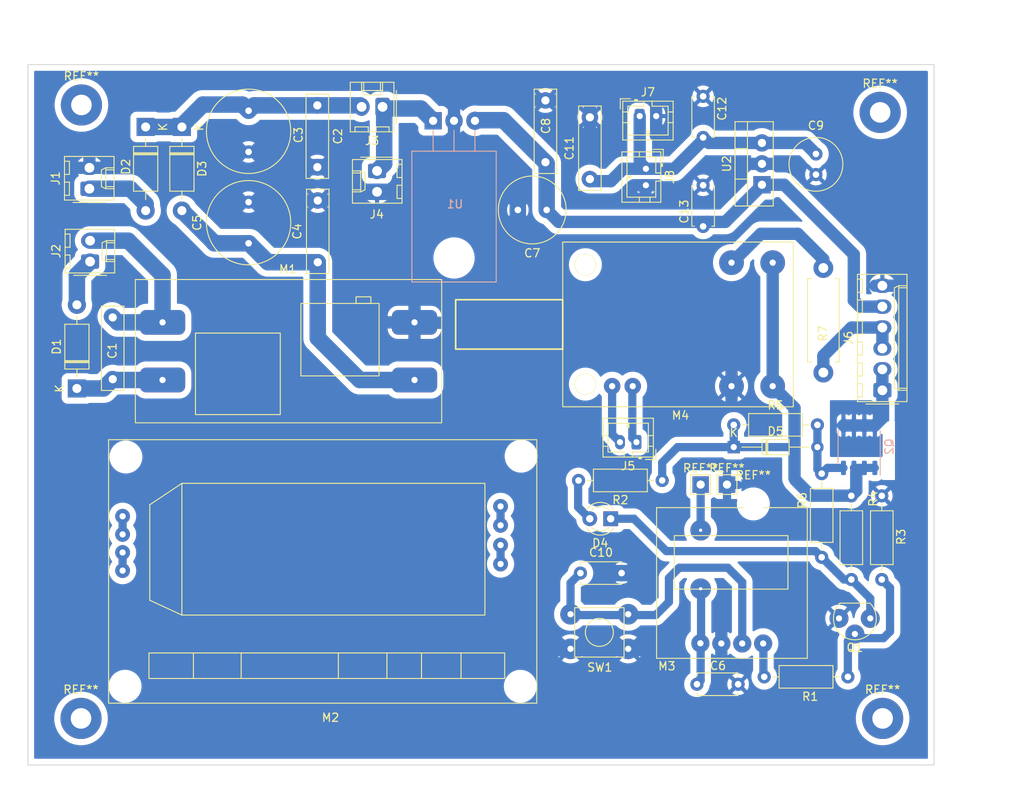
<source format=kicad_pcb>
(kicad_pcb (version 20240108) (generator "pcbnew") (generator_version "8.0")
  (layers (0 "F.Cu" signal) (31 "B.Cu" signal) (34 "B.Paste" user) (35 "F.Paste" user) (36 "B.SilkS" user "B.Silkscreen") (37 "F.SilkS" user "F.Silkscreen") (38 "B.Mask" user) (39 "F.Mask" user) (44 "Edge.Cuts" user))
  (net 0 "")
  (net 1 "Net-(C1-Pad1)")
  (net 2 "GND")
  (net 3 "Net-(C7-Pad1)")
  (net 4 "Net-(C10-Pad1)")
  (net 5 "Net-(D1-Pad2)")
  (net 6 "Net-(J5-Pad1)")
  (net 7 "Net-(J5-Pad2)")
  (net 8 "Net-(C12-Pad1)")
  (net 9 "Net-(D5-Pad1)")
  (net 10 "Net-(D4-Pad1)")
  (net 11 "Net-(D4-Pad2)")
  (net 12 "Net-(D5-Pad2)")
  (net 13 "Net-(C1-Pad2)")
  (net 14 "Net-(C2-Pad1)")
  (net 15 "Net-(C4-Pad1)")
  (net 16 "Net-(C6-Pad1)")
  (net 17 "Net-(C11-Pad1)")
  (net 18 "Net-(D2-Pad2)")
  (net 19 "Net-(J6-Pad1)")
  (net 20 "Net-(J6-Pad3)")
  (net 21 "unconnected-(M2-Pad1)")
  (net 22 "unconnected-(M2-Pad2)")
  (net 23 "unconnected-(M2-Pad3)")
  (net 24 "unconnected-(M2-Pad4)")
  (net 25 "Net-(M3-Pad4)")
  (net 26 "Net-(M4-Pad6)")
  (net 27 "Net-(J3-Pad1)")
  (net 28 "Net-(Q1-Pad2)")
  (footprint "MountingHole:MountingHole_2.5mm" (layer "F.Cu") (at 151.1 93.65)
    (property "Reference" "REF**" (hide yes))
    (property "Value" "MountingHole_2.5mm")
    (pad "" np_thru_hole circle (at 0 0) (size 2.5 2.5) (drill 2.5) (layers "*.Cu" "*.Mask"))
  )
  (footprint "Connector_JST:JST_PH_B2B-PH-K_1x02_P2.00mm_Vertical" (layer "F.Cu") (at 157.7 61.1)
    (property "Reference" "J7" (at 1 -2.9 0) (layer "F.SilkS"))
    (property "Value" "Conn_01x02_Female")
    (pad "1" thru_hole roundrect (at 0 0) (size 1.2 1.75) (drill 0.75) (layers "*.Cu" "*.Mask") (roundrect_rratio 0.208333) (net 17 "Net-(C11-Pad1)"))
    (pad "2" thru_hole oval (at 2 0) (size 1.2 1.75) (drill 0.75) (layers "*.Cu" "*.Mask") (net 2 "GND"))
  )
  (footprint "Resistor_THT:R_Axial_DIN0207_L6.3mm_D2.5mm_P10.16mm_Horizontal" (layer "F.Cu") (at 169.12 98.6)
    (property "Reference" "R5" (at 5.08 -2.37 0) (layer "F.SilkS"))
    (property "Value" "10k")
    (pad "1" thru_hole circle (at 0 0) (size 1.6 1.6) (drill 0.8) (layers "*.Cu" "*.Mask") (net 9 "Net-(D5-Pad1)"))
    (pad "2" thru_hole oval (at 10.16 0) (size 1.6 1.6) (drill 0.8) (layers "*.Cu" "*.Mask") (net 12 "Net-(D5-Pad2)"))
  )
  (footprint "Diode_THT:D_DO-41_SOD81_P10.16mm_Horizontal" (layer "F.Cu") (at 89.35 94.18 90)
    (property "Reference" "D1" (at 5.08 -2.47 90) (layer "F.SilkS"))
    (property "Value" "1N4007")
    (fp_text user "K" (at 0 -2.1 90) (layer "F.SilkS"))
    (pad "1" thru_hole rect (at 0 0 90) (size 2.2 2.2) (drill 1.1) (layers "*.Cu" "*.Mask") (net 1 "Net-(C1-Pad1)"))
    (pad "2" thru_hole oval (at 10.16 0 90) (size 2.2 2.2) (drill 1.1) (layers "*.Cu" "*.Mask") (net 5 "Net-(D1-Pad2)"))
  )
  (footprint "Capacitor_THT:C_Disc_D4.7mm_W2.5mm_P5.00mm" (layer "F.Cu") (at 150.5 116.6)
    (property "Reference" "C10" (at 2.5 -2.5 0) (layer "F.SilkS"))
    (property "Value" "100n")
    (pad "1" thru_hole circle (at 0 0) (size 1.6 1.6) (drill 0.8) (layers "*.Cu" "*.Mask") (net 4 "Net-(C10-Pad1)"))
    (pad "2" thru_hole circle (at 5 0) (size 1.6 1.6) (drill 0.8) (layers "*.Cu" "*.Mask") (net 2 "GND"))
  )
  (footprint "Package_TO_SOT_THT:TO-92_Inline" (layer "F.Cu") (at 185.1 122.1 180)
    (property "Reference" "Q1" (at 1.27 -3.56 0) (layer "F.SilkS"))
    (property "Value" "BC237")
    (pad "1" thru_hole circle (at -0.6 0 180) (size 2.3 2.3) (drill 0.75) (layers "*.Cu" "*.Mask") (net 10 "Net-(D4-Pad1)"))
    (pad "2" thru_hole circle (at 1.27 -1.9 180) (size 2.3 2.3) (drill 0.75) (layers "*.Cu" "*.Mask") (net 28 "Net-(Q1-Pad2)"))
    (pad "3" thru_hole circle (at 3.2 0 180) (size 2.3 2.3) (drill 0.75) (layers "*.Cu" "*.Mask") (net 2 "GND"))
  )
  (footprint "Connector_Molex:Molex_KK-254_AE-6410-02A_1x02_P2.54mm_Vertical" (layer "F.Cu") (at 126.47 59.98 180)
    (property "Reference" "J3" (at 1.27 -4.12 0) (layer "F.SilkS"))
    (property "Value" "Conn_01x02_Female")
    (pad "1" thru_hole roundrect (at 0 0 180) (size 1.74 2.19) (drill 1.19) (layers "*.Cu" "*.Mask") (roundrect_rratio 0.143678) (net 27 "Net-(J3-Pad1)"))
    (pad "2" thru_hole oval (at 2.54 0 180) (size 1.74 2.19) (drill 1.19) (layers "*.Cu" "*.Mask") (net 14 "Net-(C2-Pad1)"))
  )
  (footprint "Capacitor_THT:C_Radial_D10.0mm_H16.0mm_P5.00mm" (layer "F.Cu") (at 110.2 76.55 90)
    (property "Reference" "C5" (at 2.5 -6.25 90) (layer "F.SilkS"))
    (property "Value" "470u/35V")
    (pad "1" thru_hole circle (at 0 0 90) (size 1.6 1.6) (drill 0.8) (layers "*.Cu" "*.Mask") (net 15 "Net-(C4-Pad1)"))
    (pad "2" thru_hole circle (at 5 0 90) (size 1.6 1.6) (drill 0.8) (layers "*.Cu" "*.Mask") (net 2 "GND"))
  )
  (footprint "Capacitor_THT:C_Radial_D10.0mm_H20.0mm_P5.00mm" (layer "F.Cu") (at 110.2 60.45 -90)
    (property "Reference" "C3" (at 2.95 -6.05 90) (layer "F.SilkS"))
    (property "Value" "1000u/35V")
    (pad "1" thru_hole circle (at 0 0 270) (size 1.6 1.6) (drill 0.8) (layers "*.Cu" "*.Mask") (net 14 "Net-(C2-Pad1)"))
    (pad "2" thru_hole circle (at 5 0 270) (size 1.6 1.6) (drill 0.8) (layers "*.Cu" "*.Mask") (net 2 "GND"))
  )
  (footprint "Dioda_THT:LED_Driver_300mA" (layer "F.Cu") (at 162.35 86.4 180)
    (property "Reference" "M4" (at -0.3 -11.05 0) (layer "F.SilkS"))
    (property "Value" "LED_Driver_300mA")
    (pad "1" thru_hole circle (at -11.5 -7.5 180) (size 3 3) (drill 0.762) (layers "*.Cu" "*.Mask") (net 9 "Net-(D5-Pad1)"))
    (pad "2" thru_hole circle (at -6.5 -7.5 180) (size 3 3) (drill 0.762) (layers "*.Cu" "*.Mask") (net 2 "GND"))
    (pad "3" thru_hole circle (at 5.5 -7.5 180) (size 2 2) (drill 0.762) (layers "*.Cu" "*.Mask") (net 6 "Net-(J5-Pad1)"))
    (pad "4" thru_hole circle (at 8 -7.5 180) (size 2 2) (drill 0.762) (layers "*.Cu" "*.Mask") (net 7 "Net-(J5-Pad2)"))
    (pad "5" thru_hole circle (at -11.5 7.5 180) (size 3 3) (drill 0.762) (layers "*.Cu" "*.Mask") (net 9 "Net-(D5-Pad1)"))
    (pad "6" thru_hole circle (at -6.5 7.5 180) (size 3 3) (drill 0.762) (layers "*.Cu" "*.Mask") (net 26 "Net-(M4-Pad6)"))
  )
  (footprint "Connector_JST:JST_PH_B2B-PH-K_1x02_P2.00mm_Vertical" (layer "F.Cu") (at 157.3 100.7 180)
    (property "Reference" "J5" (at 1 -2.9 0) (layer "F.SilkS"))
    (property "Value" "Conn_01x02_Female")
    (pad "1" thru_hole roundrect (at 0 0 180) (size 1.2 1.75) (drill 0.75) (layers "*.Cu" "*.Mask") (roundrect_rratio 0.208333) (net 6 "Net-(J5-Pad1)"))
    (pad "2" thru_hole oval (at 2 0 180) (size 1.2 1.75) (drill 0.75) (layers "*.Cu" "*.Mask") (net 7 "Net-(J5-Pad2)"))
  )
  (footprint "LED_THT:LED_D3.0mm" (layer "F.Cu") (at 154.175 110 180)
    (property "Reference" "D4" (at 1.27 -2.96 0) (layer "F.SilkS"))
    (property "Value" "LED_red")
    (pad "1" thru_hole rect (at 0 0 180) (size 1.8 1.8) (drill 0.9) (layers "*.Cu" "*.Mask") (net 10 "Net-(D4-Pad1)"))
    (pad "2" thru_hole circle (at 2.54 0 180) (size 1.8 1.8) (drill 0.9) (layers "*.Cu" "*.Mask") (net 11 "Net-(D4-Pad2)"))
  )
  (footprint "MountingHole:MountingHole_2.5mm_Pad" (layer "F.Cu") (at 89.85 134.25)
    (property "Reference" "REF**" (at 0 -3.5 0) (layer "F.SilkS"))
    (property "Value" "MountingHole_2.5mm_Pad")
    (pad "1" thru_hole circle (at 0 0) (size 5 5) (drill 2.5) (layers "*.Cu" "*.Mask"))
  )
  (footprint "Resistor_THT:R_Axial_DIN0207_L6.3mm_D2.5mm_P10.16mm_Horizontal" (layer "F.Cu") (at 160.43 105.35 180)
    (property "Reference" "R2" (at 5.08 -2.37 0) (layer "F.SilkS"))
    (property "Value" "2k4")
    (pad "1" thru_hole circle (at 0 0 180) (size 1.6 1.6) (drill 0.8) (layers "*.Cu" "*.Mask") (net 9 "Net-(D5-Pad1)"))
    (pad "2" thru_hole oval (at 10.16 0 180) (size 1.6 1.6) (drill 0.8) (layers "*.Cu" "*.Mask") (net 11 "Net-(D4-Pad2)"))
  )
  (footprint "Diode_THT:D_DO-41_SOD81_P10.16mm_Horizontal" (layer "F.Cu") (at 102.1 62.42 -90)
    (property "Reference" "D3" (at 5.08 -2.45 90) (layer "F.SilkS"))
    (property "Value" "1N4007")
    (fp_text user "K" (at 0 -2.1 90) (layer "F.SilkS"))
    (pad "1" thru_hole rect (at 0 0 270) (size 2.2 2.2) (drill 1.1) (layers "*.Cu" "*.Mask") (net 14 "Net-(C2-Pad1)"))
    (pad "2" thru_hole oval (at 10.16 0 270) (size 2.2 2.2) (drill 1.1) (layers "*.Cu" "*.Mask") (net 15 "Net-(C4-Pad1)"))
  )
  (footprint "Capacitor_THT:C_Rect_L10.0mm_W2.5mm_P7.50mm_MKS4" (layer "F.Cu") (at 118.6 78.85 90)
    (property "Reference" "C4" (at 3.75 -2.5 90) (layer "F.SilkS"))
    (property "Value" "100n")
    (pad "1" thru_hole circle (at 0 0 90) (size 2 2) (drill 1) (layers "*.Cu" "*.Mask") (net 15 "Net-(C4-Pad1)"))
    (pad "2" thru_hole circle (at 7.5 0 90) (size 2 2) (drill 1) (layers "*.Cu" "*.Mask") (net 2 "GND"))
  )
  (footprint "Resistor_THT:R_Axial_DIN0207_L6.3mm_D2.5mm_P10.16mm_Horizontal" (layer "F.Cu") (at 187.1 107.22 -90)
    (property "Reference" "R3" (at 4.98 -2.35 90) (layer "F.SilkS"))
    (property "Value" "10k")
    (pad "1" thru_hole circle (at 0 0 270) (size 1.6 1.6) (drill 0.8) (layers "*.Cu" "*.Mask") (net 2 "GND"))
    (pad "2" thru_hole oval (at 10.16 0 270) (size 1.6 1.6) (drill 0.8) (layers "*.Cu" "*.Mask") (net 28 "Net-(Q1-Pad2)"))
  )
  (footprint "Connector_JST:JST_PH_B2B-PH-K_1x02_P2.00mm_Vertical" (layer "F.Cu") (at 158.45 67.5 -90)
    (property "Reference" "J8" (at 1 -2.9 90) (layer "F.SilkS"))
    (property "Value" "Conn_01x02_Female")
    (pad "1" thru_hole roundrect (at 0 0 270) (size 1.2 1.75) (drill 0.75) (layers "*.Cu" "*.Mask") (roundrect_rratio 0.208333) (net 17 "Net-(C11-Pad1)"))
    (pad "2" thru_hole oval (at 2 0 270) (size 1.2 1.75) (drill 0.75) (layers "*.Cu" "*.Mask") (net 2 "GND"))
  )
  (footprint "TestPoint:TestPoint_THTPad_2.0x2.0mm_Drill1.0mm" (layer "F.Cu") (at 165.1 105.85)
    (property "Reference" "REF**" (at 0 -1.998 0) (layer "F.SilkS"))
    (property "Value" "TestPoint_THTPad_2.0x2.0mm_Drill1.0mm")
    (pad "1" thru_hole rect (at 0 0) (size 2 2) (drill 1) (layers "*.Cu" "*.Mask") (net 8 "Net-(C12-Pad1)"))
  )
  (footprint "MountingHole:MountingHole_2.5mm" (layer "F.Cu") (at 95.2 130.35)
    (property "Reference" "REF**" (hide yes))
    (property "Value" "MountingHole_2.5mm")
    (pad "" np_thru_hole circle (at 0 0) (size 2.5 2.5) (drill 2.5) (layers "*.Cu" "*.Mask"))
  )
  (footprint "Connector_Molex:Molex_KK-254_AE-6410-02A_1x02_P2.54mm_Vertical" (layer "F.Cu") (at 125.8 67.76 -90)
    (property "Reference" "J4" (at 5.27 0.03 180) (layer "F.SilkS"))
    (property "Value" "Conn_01x02_Female")
    (pad "1" thru_hole roundrect (at 0 0 270) (size 1.74 2.19) (drill 1.19) (layers "*.Cu" "*.Mask") (roundrect_rratio 0.143678) (net 27 "Net-(J3-Pad1)"))
    (pad "2" thru_hole oval (at 2.54 0 270) (size 1.74 2.19) (drill 1.19) (layers "*.Cu" "*.Mask") (net 2 "GND"))
  )
  (footprint "Connector_Molex:Molex_KK-254_AE-6410-06A_1x06_P2.54mm_Vertical" (layer "F.Cu") (at 187.17 94.4 90)
    (property "Reference" "J6" (at 6.35 -4.12 90) (layer "F.SilkS"))
    (property "Value" "Conn_01x06_Female")
    (pad "1" thru_hole roundrect (at 0 0 90) (size 1.74 2.19) (drill 1.19) (layers "*.Cu" "*.Mask") (roundrect_rratio 0.143678) (net 19 "Net-(J6-Pad1)"))
    (pad "2" thru_hole oval (at 2.54 0 90) (size 1.74 2.19) (drill 1.19) (layers "*.Cu" "*.Mask") (net 19 "Net-(J6-Pad1)"))
    (pad "3" thru_hole oval (at 5.08 0 90) (size 1.74 2.19) (drill 1.19) (layers "*.Cu" "*.Mask") (net 20 "Net-(J6-Pad3)"))
    (pad "4" thru_hole oval (at 7.62 0 90) (size 1.74 2.19) (drill 1.19) (layers "*.Cu" "*.Mask") (net 20 "Net-(J6-Pad3)"))
    (pad "5" thru_hole oval (at 10.16 0 90) (size 1.74 2.19) (drill 1.19) (layers "*.Cu" "*.Mask") (net 3 "Net-(C7-Pad1)"))
    (pad "6" thru_hole oval (at 12.7 0 90) (size 1.74 2.19) (drill 1.19) (layers "*.Cu" "*.Mask") (net 2 "GND"))
  )
  (footprint "Dioda_THT:Timer" (layer "F.Cu") (at 169 117.55)
    (property "Reference" "M3" (at -8 10.35 0) (layer "F.SilkS"))
    (property "Value" "Timer_Module")
    (pad "1" thru_hole circle (at -3.93 7.575) (size 2.2 2.2) (drill 0.762) (layers "*.Cu" "*.Mask") (net 16 "Net-(C6-Pad1)"))
    (pad "2" thru_hole circle (at -1.39 7.6) (size 2.2 2.2) (drill 0.762) (layers "*.Cu" "*.Mask") (net 2 "GND"))
    (pad "3" thru_hole circle (at 1.15 7.6) (size 2.2 2.2) (drill 0.762) (layers "*.Cu" "*.Mask") (net 4 "Net-(C10-Pad1)"))
    (pad "4" thru_hole circle (at 3.69 7.6) (size 2.2 2.2) (drill 0.762) (layers "*.Cu" "*.Mask") (net 25 "Net-(M3-Pad4)"))
  )
  (footprint "MountingHole:MountingHole_2.5mm_Pad" (layer "F.Cu") (at 89.9 59.75)
    (property "Reference" "REF**" (at 0 -3.5 0) (layer "F.SilkS"))
    (property "Value" "MountingHole_2.5mm_Pad")
    (pad "1" thru_hole circle (at 0 0) (size 5 5) (drill 2.5) (layers "*.Cu" "*.Mask"))
  )
  (footprint "Capacitor_THT:C_Rect_L10.0mm_W2.5mm_P7.50mm_MKS4" (layer "F.Cu") (at 118.55 59.8 -90)
    (property "Reference" "C2" (at 3.75 -2.5 90) (layer "F.SilkS"))
    (property "Value" "100n")
    (pad "1" thru_hole circle (at 0 0 270) (size 2 2) (drill 1) (layers "*.Cu" "*.Mask") (net 14 "Net-(C2-Pad1)"))
    (pad "2" thru_hole circle (at 7.5 0 270) (size 2 2) (drill 1) (layers "*.Cu" "*.Mask") (net 2 "GND"))
  )
  (footprint "MountingHole:MountingHole_2.5mm" (layer "F.Cu") (at 143.2 130.35)
    (property "Reference" "REF**" (hide yes))
    (property "Value" "MountingHole_2.5mm")
    (pad "" np_thru_hole circle (at 0 0) (size 2.5 2.5) (drill 2.5) (layers "*.Cu" "*.Mask"))
  )
  (footprint "MountingHole:MountingHole_2.5mm_Pad" (layer "F.Cu") (at 187.2 134.25)
    (property "Reference" "REF**" (at 0 -3.5 0) (layer "F.SilkS"))
    (property "Value" "MountingHole_2.5mm_Pad")
    (pad "1" thru_hole circle (at 0 0) (size 5 5) (drill 2.5) (layers "*.Cu" "*.Mask"))
  )
  (footprint "MountingHole:MountingHole_2.5mm_Pad" (layer "F.Cu") (at 186.9 60.65)
    (property "Reference" "REF**" (at 0 -3.5 0) (layer "F.SilkS"))
    (property "Value" "MountingHole_2.5mm_Pad")
    (pad "1" thru_hole circle (at 0 0) (size 5 5) (drill 2.5) (layers "*.Cu" "*.Mask"))
  )
  (footprint "Capacitor_THT:C_Radial_D6.3mm_H7.0mm_P2.50mm" (layer "F.Cu") (at 179.1 65.7 -90)
    (property "Reference" "C9" (at -3.45 0 0) (layer "F.SilkS"))
    (property "Value" "100u/6.3V")
    (pad "1" thru_hole circle (at 0 0 270) (size 1.6 1.6) (drill 0.8) (layers "*.Cu" "*.Mask") (net 17 "Net-(C11-Pad1)"))
    (pad "2" thru_hole circle (at 2.5 0 270) (size 1.6 1.6) (drill 0.8) (layers "*.Cu" "*.Mask") (net 2 "GND"))
  )
  (footprint "Diode_THT:D_DO-34_SOD68_P10.16mm_Horizontal" (layer "F.Cu") (at 169.12 101.3)
    (property "Reference" "D5" (at 5.08 -1.92 0) (layer "F.SilkS"))
    (property "Value" "10V")
    (fp_text user "K" (at 0 -1.75 0) (layer "F.SilkS"))
    (pad "1" thru_hole rect (at 0 0) (size 1.5 1.5) (drill 0.75) (layers "*.Cu" "*.Mask") (net 9 "Net-(D5-Pad1)"))
    (pad "2" thru_hole oval (at 10.16 0) (size 1.5 1.5) (drill 0.75) (layers "*.Cu" "*.Mask") (net 12 "Net-(D5-Pad2)"))
  )
  (footprint "MountingHole:MountingHole_2.5mm" (layer "F.Cu") (at 95.3 102.5)
    (property "Reference" "REF**" (hide yes))
    (property "Value" "MountingHole_2.5mm")
    (pad "" np_thru_hole circle (at 0 0) (size 2.5 2.5) (drill 2.5) (layers "*.Cu" "*.Mask"))
  )
  (footprint "Capacitor_THT:C_Radial_D8.0mm_H11.5mm_P3.50mm" (layer "F.Cu") (at 146.4 72.5 180)
    (property "Reference" "C7" (at 1.75 -5.25 0) (layer "F.SilkS"))
    (property "Value" "470u/16V")
    (pad "1" thru_hole circle (at 0 0 180) (size 1.6 1.6) (drill 0.8) (layers "*.Cu" "*.Mask") (net 3 "Net-(C7-Pad1)"))
    (pad "2" thru_hole circle (at 3.5 0 180) (size 1.6 1.6) (drill 0.8) (layers "*.Cu" "*.Mask") (net 2 "GND"))
  )
  (footprint "Resistor_THT:R_Axial_DIN0411_L9.9mm_D3.6mm_P12.70mm_Horizontal" (layer "F.Cu") (at 180 79.55 -90)
    (property "Reference" "R7" (at 7.95 0.05 90) (layer "F.SilkS"))
    (property "Value" "1")
    (pad "1" thru_hole circle (at 0 0 270) (size 2.4 2.4) (drill 1.2) (layers "*.Cu" "*.Mask") (net 26 "Net-(M4-Pad6)"))
    (pad "2" thru_hole oval (at 12.7 0 270) (size 2.4 2.4) (drill 1.2) (layers "*.Cu" "*.Mask") (net 20 "Net-(J6-Pad3)"))
  )
  (footprint "Connector_Molex:Molex_KK-254_AE-6410-02A_1x02_P2.54mm_Vertical" (layer "F.Cu") (at 90.87 69.92 90)
    (property "Reference" "J1" (at 1.27 -4.12 90) (layer "F.SilkS"))
    (property "Value" "Conn_01x02_Female")
    (pad "1" thru_hole roundrect (at 0 0 90) (size 1.74 2.19) (drill 1.19) (layers "*.Cu" "*.Mask") (roundrect_rratio 0.143678) (net 18 "Net-(D2-Pad2)"))
    (pad "2" thru_hole oval (at 2.54 0 90) (size 1.74 2.19) (drill 1.19) (layers "*.Cu" "*.Mask") (net 2 "GND"))
  )
  (footprint "Capacitor_THT:C_Rect_L10.0mm_W2.5mm_P7.50mm_MKS4" (layer "F.Cu") (at 93.7 93.05 90)
    (property "Reference" "C1" (at 3.45 -0.05 90) (layer "F.SilkS"))
    (property "Value" "100n")
    (pad "1" thru_hole circle (at 0 0 90) (size 2 2) (drill 1) (layers "*.Cu" "*.Mask") (net 1 "Net-(C1-Pad1)"))
    (pad "2" thru_hole circle (at 7.5 0 90) (size 2 2) (drill 1) (layers "*.Cu" "*.Mask") (net 13 "Net-(C1-Pad2)"))
  )
  (footprint "Tact_switch:Tact_switch 6x6" (layer "F.Cu") (at 152.8 123.8)
    (property "Reference" "SW1" (at 0.05 4.25 0) (layer "F.SilkS"))
    (property "Value" "SW_MEC_5E")
    (pad "1" thru_hole circle (at -3.5 -2.2) (size 2.5 2.5) (drill 0.762) (layers "*.Cu" "*.Mask") (net 4 "Net-(C10-Pad1)"))
    (pad "2" thru_hole circle (at 3.5 -2.2) (size 2.5 2.5) (drill 0.762) (layers "*.Cu" "*.Mask") (net 4 "Net-(C10-Pad1)"))
    (pad "3" thru_hole circle (at -3.5 2) (size 2.5 2.5) (drill 0.762) (layers "*.Cu" "*.Mask") (net 2 "GND"))
    (pad "4" thru_hole circle (at 3.5 2) (size 2.5 2.5) (drill 0.762) (layers "*.Cu" "*.Mask") (net 2 "GND"))
  )
  (footprint "Capacitor_THT:C_Disc_D4.7mm_W2.5mm_P5.00mm" (layer "F.Cu") (at 165.4 58.7 -90)
    (property "Reference" "C12" (at 1.5 -2.3 90) (layer "F.SilkS"))
    (property "Value" "22n")
    (pad "1" thru_hole circle (at 0 0 270) (size 1.6 1.6) (drill 0.8) (layers "*.Cu" "*.Mask") (net 2 "GND"))
    (pad "2" thru_hole circle (at 5 0 270) (size 1.6 1.6) (drill 0.8) (layers "*.Cu" "*.Mask") (net 17 "Net-(C11-Pad1)"))
  )
  (footprint "MountingHole:MountingHole_2.5mm" (layer "F.Cu") (at 143.3 102.4)
    (property "Reference" "REF**" (hide yes))
    (property "Value" "MountingHole_2.5mm")
    (pad "" np_thru_hole circle (at 0 0) (size 2.5 2.5) (drill 2.5) (layers "*.Cu" "*.Mask"))
  )
  (footprint "Diode_THT:D_DO-41_SOD81_P10.16mm_Horizontal" (layer "F.Cu") (at 97.7 62.42 -90)
    (property "Reference" "D2" (at 4.83 2.4 90) (layer "F.SilkS"))
    (property "Value" "1N4007")
    (fp_text user "K" (at 0 -2.1 90) (layer "F.SilkS"))
    (pad "1" thru_hole rect (at 0 0 270) (size 2.2 2.2) (drill 1.1) (layers "*.Cu" "*.Mask") (net 14 "Net-(C2-Pad1)"))
    (pad "2" thru_hole oval (at 10.16 0 270) (size 2.2 2.2) (drill 1.1) (layers "*.Cu" "*.Mask") (net 18 "Net-(D2-Pad2)"))
  )
  (footprint "Resistor_THT:R_Axial_DIN0207_L6.3mm_D2.5mm_P10.16mm_Horizontal" (layer "F.Cu") (at 183.4 107.22 -90)
    (property "Reference" "R4" (at 0.33 -2.65 90) (layer "F.SilkS"))
    (property "Value" "10k")
    (pad "1" thru_hole circle (at 0 0 270) (size 1.6 1.6) (drill 0.8) (layers "*.Cu" "*.Mask") (net 9 "Net-(D5-Pad1)"))
    (pad "2" thru_hole oval (at 10.16 0 270) (size 1.6 1.6) (drill 0.8) (layers "*.Cu" "*.Mask") (net 10 "Net-(D4-Pad1)"))
  )
  (footprint "Resistor_THT:R_Axial_DIN0207_L6.3mm_D2.5mm_P10.16mm_Horizontal" (layer "F.Cu") (at 179.8 104.52 -90)
    (property "Reference" "R6" (at 3.23 2.35 90) (layer "F.SilkS"))
    (property "Value" "47k")
    (pad "1" thru_hole circle (at 0 0 270) (size 1.6 1.6) (drill 0.8) (layers "*.Cu" "*.Mask") (net 12 "Net-(D5-Pad2)"))
    (pad "2" thru_hole oval (at 10.16 0 270) (size 1.6 1.6) (drill 0.8) (layers "*.Cu" "*.Mask") (net 10 "Net-(D4-Pad1)"))
  )
  (footprint "Connector_Molex:Molex_KK-254_AE-6410-02A_1x02_P2.54mm_Vertical" (layer "F.Cu") (at 90.95 78.77 90)
    (property "Reference" "J2" (at 1.27 -4.12 90) (layer "F.SilkS"))
    (property "Value" "Conn_01x02_Female")
    (pad "1" thru_hole roundrect (at 0 0 90) (size 1.74 2.19) (drill 1.19) (layers "*.Cu" "*.Mask") (roundrect_rratio 0.143678) (net 5 "Net-(D1-Pad2)"))
    (pad "2" thru_hole oval (at 2.54 0 90) (size 1.74 2.19) (drill 1.19) (layers "*.Cu" "*.Mask") (net 13 "Net-(C1-Pad2)"))
  )
  (footprint "MountingHole:MountingHole_2.5mm" (layer "F.Cu") (at 151.1 79.15)
    (property "Reference" "REF**" (hide yes))
    (property "Value" "MountingHole_2.5mm")
    (pad "" np_thru_hole circle (at 0 0) (size 2.5 2.5) (drill 2.5) (layers "*.Cu" "*.Mask"))
  )
  (footprint "Capacitor_THT:C_Rect_L10.0mm_W2.5mm_P7.50mm_MKS4" (layer "F.Cu") (at 146.25 66.7 90)
    (property "Reference" "C8" (at 4.4 0.05 90) (layer "F.SilkS"))
    (property "Value" "100n")
    (pad "1" thru_hole circle (at 0 0 90) (size 2 2) (drill 1) (layers "*.Cu" "*.Mask") (net 3 "Net-(C7-Pad1)"))
    (pad "2" thru_hole circle (at 7.5 0 90) (size 2 2) (drill 1) (layers "*.Cu" "*.Mask") (net 2 "GND"))
  )
  (footprint "MountingHole:MountingHole_2.5mm" (layer "F.Cu") (at 171.5 108.2)
    (property "Reference" "REF**" (at 0 -3.5 0) (layer "F.SilkS"))
    (property "Value" "MountingHole_2.5mm")
    (pad "" np_thru_hole circle (at 0 0) (size 2.5 2.5) (drill 2.5) (layers "*.Cu" "*.Mask"))
  )
  (footprint "Package_TO_SOT_THT:TO-220-3_Vertical" (layer "F.Cu") (at 172.545 69.44 90)
    (property "Reference" "U2" (at 2.54 -4.27 90) (layer "F.SilkS"))
    (property "Value" "LM7805_TO220")
    (pad "1" thru_hole rect (at 0 0 90) (size 2.1 2.1) (drill 1) (layers "*.Cu" "*.Mask") (net 3 "Net-(C7-Pad1)"))
    (pad "2" thru_hole oval (at 2.54 0 90) (size 2.1 2.1) (drill 1) (layers "*.Cu" "*.Mask") (net 2 "GND"))
    (pad "3" thru_hole oval (at 5.08 0 90) (size 2.1 2.1) (drill 1) (layers "*.Cu" "*.Mask") (net 17 "Net-(C11-Pad1)"))
  )
  (footprint "Dioda_THT:PS_StepUp_MT3608" (layer "F.Cu") (at 115.05 89.65)
    (property "Reference" "M1" (at -0.1 -9.95 0) (layer "F.SilkS"))
    (property "Value" "PS_Step_Up_MT3608")
    (pad "1" thru_hole roundrect (at -15.3 3.5) (size 5.5 3) (drill 0.762) (layers "*.Cu" "*.Mask") (net 1 "Net-(C1-Pad1)"))
    (pad "2" thru_hole roundrect (at -15.3 -3.5) (size 5.5 3) (drill 0.762) (layers "*.Cu" "*.Mask") (net 13 "Net-(C1-Pad2)"))
    (pad "3" thru_hole roundrect (at 15.3 3.5) (size 5.5 3) (drill 0.762) (layers "*.Cu" "*.Mask") (net 15 "Net-(C4-Pad1)"))
    (pad "4" thru_hole roundrect (at 15.3 -3.5) (size 5.5 3) (drill 0.762) (layers "*.Cu" "*.Mask") (net 2 "GND"))
  )
  (footprint "Capacitor_THT:C_Disc_D4.7mm_W2.5mm_P5.00mm" (layer "F.Cu") (at 164.65 130.1)
    (property "Reference" "C6" (at 2.55 -2.25 0) (layer "F.SilkS"))
    (property "Value" "100n")
    (pad "1" thru_hole circle (at 0 0) (size 1.6 1.6) (drill 0.8) (layers "*.Cu" "*.Mask") (net 16 "Net-(C6-Pad1)"))
    (pad "2" thru_hole circle (at 5 0) (size 1.6 1.6) (drill 0.8) (layers "*.Cu" "*.Mask") (net 2 "GND"))
  )
  (footprint "Capacitor_THT:C_Rect_L10.0mm_W2.5mm_P7.50mm_MKS4" (layer "F.Cu") (at 151.65 68.75 90)
    (property "Reference" "C11" (at 3.75 -2.5 90) (layer "F.SilkS"))
    (property "Value" "100n")
    (pad "1" thru_hole circle (at 0 0 90) (size 2 2) (drill 1) (layers "*.Cu" "*.Mask") (net 17 "Net-(C11-Pad1)"))
    (pad "2" thru_hole circle (at 7.5 0 90) (size 2 2) (drill 1) (layers "*.Cu" "*.Mask") (net 2 "GND"))
  )
  (footprint "TestPoint:TestPoint_THTPad_2.0x2.0mm_Drill1.0mm" (layer "F.Cu") (at 168.3 105.85)
    (property "Reference" "REF**" (at 0 -1.998 0) (layer "F.SilkS"))
    (property "Value" "TestPoint_THTPad_2.0x2.0mm_Drill1.0mm")
    (pad "1" thru_hole rect (at 0 0) (size 2 2) (drill 1) (layers "*.Cu" "*.Mask"))
  )
  (footprint "Capacitor_THT:C_Disc_D4.7mm_W2.5mm_P5.00mm" (layer "F.Cu") (at 165.4 69.5 -90)
    (property "Reference" "C13" (at 3.2 2.3 90) (layer "F.SilkS"))
    (property "Value" "100n")
    (pad "1" thru_hole circle (at 0 0 270) (size 1.6 1.6) (drill 0.8) (layers "*.Cu" "*.Mask") (net 2 "GND"))
    (pad "2" thru_hole circle (at 5 0 270) (size 1.6 1.6) (drill 0.8) (layers "*.Cu" "*.Mask") (net 3 "Net-(C7-Pad1)"))
  )
  (footprint "Dioda_THT:Generator_PWM_Single" (layer "F.Cu") (at 120.2 116.4)
    (property "Reference" "M2" (at -0.05 17.75 0) (layer "F.SilkS"))
    (property "Value" "Generator_PWM_Single")
    (pad "1" thru_hole circle (at -25.3 -6.7) (size 1.8 1.8) (drill 0.762) (layers "*.Cu" "*.Mask") (net 21 "unconnected-(M2-Pad1)"))
    (pad "1" thru_hole circle (at -25.3 -4.5) (size 1.8 1.8) (drill 0.762) (layers "*.Cu" "*.Mask") (net 21 "unconnected-(M2-Pad1)"))
    (pad "2" thru_hole circle (at -25.3 -2.3) (size 1.8 1.8) (drill 0.762) (layers "*.Cu" "*.Mask") (net 22 "unconnected-(M2-Pad2)"))
    (pad "2" thru_hole circle (at -25.3 -0.1) (size 1.8 1.8) (drill 0.762) (layers "*.Cu" "*.Mask") (net 22 "unconnected-(M2-Pad2)"))
    (pad "3" thru_hole circle (at 20.6 -7.9) (size 1.8 1.8) (drill 0.762) (layers "*.Cu" "*.Mask") (net 23 "unconnected-(M2-Pad3)"))
    (pad "3" thru_hole circle (at 20.6 -5.6) (size 1.8 1.8) (drill 0.762) (layers "*.Cu" "*.Mask") (net 23 "unconnected-(M2-Pad3)"))
    (pad "4" thru_hole circle (at 20.6 -3.2) (size 1.8 1.8) (drill 0.762) (layers "*.Cu" "*.Mask") (net 24 "unconnected-(M2-Pad4)"))
    (pad "4" thru_hole circle (at 20.6 -0.9) (size 1.8 1.8) (drill 0.762) (layers "*.Cu" "*.Mask") (net 24 "unconnected-(M2-Pad4)"))
  )
  (footprint "Resistor_THT:R_Axial_DIN0207_L6.3mm_D2.5mm_P10.16mm_Horizontal" (layer "F.Cu") (at 172.82 129.2)
    (property "Reference" "R1" (at 5.58 2.4 0) (layer "F.SilkS"))
    (property "Value" "4k3")
    (pad "1" thru_hole circle (at 0 0) (size 1.6 1.6) (drill 0.8) (layers "*.Cu" "*.Mask") (net 25 "Net-(M3-Pad4)"))
    (pad "2" thru_hole oval (at 10.16 0) (size 1.6 1.6) (drill 0.8) (layers "*.Cu" "*.Mask") (net 28 "Net-(Q1-Pad2)"))
  )
  (footprint "Package_SO:SO-8_3.9x4.9mm_P1.27mm" (layer "B.Cu") (at 184.35 101.25 90)
    (property "Reference" "Q2" (at 0 3.65 90) (layer "B.SilkS") (effects (justify mirror)))
    (property "Value" "IRF7606PBF")
    (pad "1" smd roundrect (at -2.575 1.905 90) (size 1.75 0.6) (layers "B.Cu" "B.Paste" "B.Mask") (net 9 "Net-(D5-Pad1)"))
    (pad "2" smd roundrect (at -2.575 0.635 90) (size 1.75 0.6) (layers "B.Cu" "B.Paste" "B.Mask") (net 9 "Net-(D5-Pad1)"))
    (pad "3" smd roundrect (at -2.575 -0.635 90) (size 1.75 0.6) (layers "B.Cu" "B.Paste" "B.Mask") (net 9 "Net-(D5-Pad1)"))
    (pad "4" smd roundrect (at -2.575 -1.905 90) (size 1.75 0.6) (layers "B.Cu" "B.Paste" "B.Mask") (net 12 "Net-(D5-Pad2)"))
    (pad "5" smd roundrect (at 2.575 -1.905 90) (size 1.75 0.6) (layers "B.Cu" "B.Paste" "B.Mask") (net 19 "Net-(J6-Pad1)"))
    (pad "6" smd roundrect (at 2.575 -0.635 90) (size 1.75 0.6) (layers "B.Cu" "B.Paste" "B.Mask") (net 19 "Net-(J6-Pad1)"))
    (pad "7" smd roundrect (at 2.575 0.635 90) (size 1.75 0.6) (layers "B.Cu" "B.Paste" "B.Mask") (net 19 "Net-(J6-Pad1)"))
    (pad "8" smd roundrect (at 2.575 1.905 90) (size 1.75 0.6) (layers "B.Cu" "B.Paste" "B.Mask") (net 19 "Net-(J6-Pad1)"))
  )
  (footprint "Package_TO_SOT_THT:TO-220-3_Horizontal_TabDown" (layer "B.Cu") (at 132.61 61.67)
    (property "Reference" "U1" (at 2.64 10.13 180) (layer "B.SilkS") (effects (justify mirror)))
    (property "Value" "LM7812_TO220")
    (pad "" np_thru_hole oval (at 2.54 16.66) (size 3.5 3.5) (drill 3.5) (layers "*.Cu" "*.Mask"))
    (pad "1" thru_hole rect (at 0 0) (size 2.1 2.1) (drill 1) (layers "*.Cu" "*.Mask") (net 27 "Net-(J3-Pad1)"))
    (pad "2" thru_hole oval (at 2.54 0) (size 2.1 2.2) (drill 1) (layers "*.Cu" "*.Mask") (net 2 "GND"))
    (pad "3" thru_hole oval (at 5.08 0) (size 2.1 2.2) (drill 1) (layers "*.Cu" "*.Mask") (net 3 "Net-(C7-Pad1)"))
  )
  (gr_rect (start 83.4 54.85) (end 193.45 139.9) (stroke (width 0.1)) (fill none) (layer "Edge.Cuts"))
  (segment (start 93.8 93.15) (end 99.15 93.15) (width 2) (layer "B.Cu") (net 1))
  (segment (start 89.35 94.18) (end 92.57 94.18) (width 2) (layer "B.Cu") (net 1))
  (segment (start 93.7 93.05) (end 93.8 93.15) (width 2) (layer "B.Cu") (net 1))
  (segment (start 92.57 94.18) (end 93.7 93.05) (width 2) (layer "B.Cu") (net 1))
  (segment (start 110.2 71.55) (end 112.15 71.55) (width 1.5) (layer "B.Cu") (net 2))
  (segment (start 168.3 105.9) (end 169.7 105.9) (width 1) (layer "B.Cu") (net 2))
  (segment (start 149.3 125.7) (end 151.3 125.7) (width 2) (layer "B.Cu") (net 2))
  (segment (start 125.56 70.3) (end 127.5 70.3) (width 2) (layer "B.Cu") (net 2))
  (segment (start 90.87 65.58) (end 90.9 65.55) (width 1.5) (layer "B.Cu") (net 2))
  (segment (start 151.65 61.25) (end 151.65 58.9) (width 1.5) (layer "B.Cu") (net 2))
  (segment (start 110.2 71.55) (end 108.4 71.55) (width 1.5) (layer "B.Cu") (net 2))
  (segment (start 149.3 125.7) (end 147.2 125.7) (width 2) (layer "B.Cu") (net 2))
  (segment (start 158.3 69.5) (end 159.9 69.5) (width 1.5) (layer "B.Cu") (net 2))
  (segment (start 147.95 59.2) (end 148.05 59.3) (width 1.5) (layer "B.Cu") (net 2))
  (segment (start 90.87 67.38) (end 88.62 67.38) (width 1.5) (layer "B.Cu") (net 2))
  (segment (start 118.55 67.3) (end 116.15 67.3) (width 2) (layer "B.Cu") (net 2))
  (segment (start 159.7 63.4) (end 159.65 63.45) (width 1.5) (layer "B.Cu") (net 2))
  (segment (start 110.2 65.45) (end 111.85 65.45) (width 1.5) (layer "B.Cu") (net 2))
  (segment (start 112.15 71.55) (end 112.2 71.6) (width 1.5) (layer "B.Cu") (net 2))
  (segment (start 168.85 93.9) (end 168.85 91.75) (width 1.5) (layer "B.Cu") (net 2))
  (segment (start 90.87 67.38) (end 90.87 65.58) (width 1.5) (layer "B.Cu") (net 2))
  (segment (start 118.6 71.35) (end 116.8 71.35) (width 1.5) (layer "B.Cu") (net 2))
  (segment (start 118.6 67.35) (end 118.55 67.3) (width 2) (layer "B.Cu") (net 2))
  (segment (start 151.65 61.25) (end 151.65 63.2) (width 1.5) (layer "B.Cu") (net 2))
  (segment (start 158.65 69.5) (end 156.95 69.5) (width 1.5) (layer "B.Cu") (net 2))
  (segment (start 118.6 71.35) (end 120.7 71.35) (width 1.5) (layer "B.Cu") (net 2))
  (segment (start 167.61 125.15) (end 167.61 123.14) (width 1.5) (layer "B.Cu") (net 2))
  (segment (start 116.8 71.35) (end 116.75 71.3) (width 1.5) (layer "B.Cu") (net 2))
  (segment (start 167.61 123.14) (end 167.65 123.1) (width 1.5) (layer "B.Cu") (net 2))
  (segment (start 130.35 86.15) (end 130.35 88.35) (width 1.5) (layer "B.Cu") (net 2))
  (segment (start 156.3 125.7) (end 154.6 125.7) (width 2) (layer "B.Cu") (net 2))
  (segment (start 142.9 72.5) (end 142.9 70.3) (width 2) (layer "B.Cu") (net 2))
  (segment (start 116.15 67.3) (end 116.05 67.4) (width 2) (layer "B.Cu") (net 2))
  (segment (start 135.15 61.67) (end 135.15 64) (width 1.5) (layer "B.Cu") (net 2))
  (segment (start 130.35 86.15) (end 130.4 86.2) (width 1.5) (layer "B.Cu") (net 2))
  (segment (start 168.3 105.825) (end 168.3 103.975) (width 1) (layer "B.Cu") (net 2))
  (segment (start 170.9 66.9) (end 172.545 66.9) (width 1.5) (layer "B.Cu") (net 2))
  (segment (start 155.6 116.6) (end 157.05 116.6) (width 2) (layer "B.Cu") (net 2))
  (segment (start 120.85 67.3) (end 120.95 67.4) (width 2) (layer "B.Cu") (net 2))
  (segment (start 146.25 59.2) (end 147.95 59.2) (width 1.5) (layer "B.Cu") (net 2))
  (segment (start 159.7 61.1) (end 159.7 63.4) (width 1.5) (layer "B.Cu") (net 2))
  (segment (start 187.17 81.7) (end 188.8 81.7) (width 1.5) (layer "B.Cu") (net 2))
  (segment (start 130.35 86.15) (end 126.25 86.15) (width 1.5) (layer "B.Cu") (net 2))
  (segment (start 135.15 61.67) (end 135.15 58.95) (width 1.5) (layer "B.Cu") (net 2))
  (segment (start 146.25 59.2) (end 144.6 59.2) (width 1.5) (layer "B.Cu") (net 2))
  (segment (start 118.55 67.3) (end 120.85 67.3) (width 2) (layer "B.Cu") (net 2))
  (segment (start 88.62 67.38) (end 88.6 67.4) (width 1.5) (layer "B.Cu") (net 2))
  (segment (start 158.4 71.2) (end 158.4 69.6) (width 1.5) (layer "B.Cu") (net 2))
  (segment (start 142.9 72.5) (end 142.9 74.7) (width 2) (layer "B.Cu") (net 2))
  (segment (start 167.61 125.15) (end 167.61 126.94) (width 1.5) (layer "B.Cu") (net 2))
  (segment (start 135.15 64) (end 135.1 64.05) (width 1.5) (layer "B.Cu") (net 2))
  (segment (start 144.6 59.2) (end 144.55 59.15) (width 1.5) (layer "B.Cu") (net 2))
  (segment (start 172.545 66.9) (end 174.3 66.9) (width 1.5) (layer "B.Cu") (net 2))
  (segment (start 159.7 61.1) (end 159.7 59.05) (width 1.5) (layer "B.Cu") (net 2))
  (segment (start 126.04 70.3) (end 124.1 70.3) (width 2) (layer "B.Cu") (net 2))
  (segment (start 130.35 86.15) (end 130.35 83.35) (width 1.5) (layer "B.Cu") (net 2))
  (segment (start 156.3 125.7) (end 158.2 125.7) (width 2) (layer "B.Cu") (net 2))
  (segment (start 168.85 93.9) (end 168.85 95.75) (width 1.5) (layer "B.Cu") (net 2))
  (segment (start 168.3 105.9) (end 168.3 107.5) (width 1) (layer "B.Cu") (net 2))
  (segment (start 90.87 67.38) (end 92.68 67.38) (width 1.5) (layer "B.Cu") (net 2))
  (segment (start 130.4 86.2) (end 133.75 86.2) (width 1.5) (layer "B.Cu") (net 2))
  (segment (start 110.2 65.45) (end 108.2 65.45) (width 1.5) (layer "B.Cu") (net 2))
  (segment (start 155.425 116.6) (end 154.375 116.6) (width 2) (layer "B.Cu") (net 2))
  (segment (start 92.68 67.38) (end 92.75 67.45) (width 1.5) (layer "B.Cu") (net 2))
  (segment (start 108.2 65.45) (end 108.15 65.5) (width 1.5) (layer "B.Cu") (net 2))
  (segment (start 187.17 81.7) (end 186.3 81.7) (width 1.5) (layer "B.Cu") (net 2))
  (segment (start 167.61 126.94) (end 167.55 127) (width 1.5) (layer "B.Cu") (net 2))
  (segment (start 141.15 61.6) (end 137.76 61.6) (width 2) (layer "B.Cu") (net 3))
  (segment (start 147.85 73.95) (end 146.4 72.5) (width 1.5) (layer "B.Cu") (net 3))
  (segment (start 165.85 73.95) (end 147.85 73.95) (width 1.5) (layer "B.Cu") (net 3))
  (segment (start 146.4 66.85) (end 146.25 66.7) (width 2) (layer "B.Cu") (net 3))
  (segment (start 183.7 83.48) (end 183.7 77.9) (width 1.5) (layer "B.Cu") (net 3))
  (segment (start 172.61 69.44) (end 168.1 73.95) (width 1.5) (layer "B.Cu") (net 3))
  (segment (start 168.1 73.95) (end 165.85 73.95) (width 1.5) (layer "B.Cu") (net 3))
  (segment (start 165.4 74.5) (end 165.85 74.05) (width 1) (layer "B.Cu") (net 3))
  (segment (start 184.35 84.13) (end 183.7 83.48) (width 1.5) (layer "B.Cu") (net 3))
  (segment (start 184.35 84.13) (end 184.46 84.24) (width 1) (layer "B.Cu") (net 3))
  (segment (start 146.25 66.7) (end 141.15 61.6) (width 2) (layer "B.Cu") (net 3))
  (segment (start 183.7 77.9) (end 175.24 69.44) (width 1.5) (layer "B.Cu") (net 3))
  (segment (start 184.46 84.24) (end 187.17 84.24) (width 1.5) (layer "B.Cu") (net 3))
  (segment (start 175.24 69.44) (end 172.61 69.44) (width 1.5) (layer "B.Cu") (net 3))
  (segment (start 137.76 61.6) (end 137.69 61.67) (width 2) (layer "B.Cu") (net 3))
  (segment (start 146.4 72.5) (end 146.4 66.85) (width 2) (layer "B.Cu") (net 3))
  (segment (start 162.5 115.95) (end 161.25 117.2) (width 1) (layer "B.Cu") (net 4))
  (segment (start 149.3 121.7) (end 149.3 117.8) (width 1) (layer "B.Cu") (net 4))
  (segment (start 161.25 120.1) (end 159.65 121.7) (width 1) (layer "B.Cu") (net 4))
  (segment (start 170.15 125.15) (end 170.15 117.7) (width 1) (layer "B.Cu") (net 4))
  (segment (start 159.65 121.7) (end 149.3 121.7) (width 1) (layer "B.Cu") (net 4))
  (segment (start 168.4 115.95) (end 162.5 115.95) (width 1) (layer "B.Cu") (net 4))
  (segment (start 170.15 117.7) (end 168.4 115.95) (width 1) (layer "B.Cu") (net 4))
  (segment (start 161.25 117.2) (end 161.25 120.1) (width 1) (layer "B.Cu") (net 4))
  (segment (start 149.3 117.8) (end 150.5 116.6) (width 1) (layer "B.Cu") (net 4))
  (segment (start 89.35 84.02) (end 89.35 80.37) (width 2) (layer "B.Cu") (net 5))
  (segment (start 89.35 80.37) (end 90.95 78.77) (width 2) (layer "B.Cu") (net 5))
  (segment (start 156.8 100.2) (end 157.3 100.7) (width 1) (layer "B.Cu") (net 6))
  (segment (start 157.3 100.7) (end 157.4 100.6) (width 1) (layer "B.Cu") (net 6))
  (segment (start 156.8 93.95) (end 156.8 100.2) (width 1) (layer "B.Cu") (net 6))
  (segment (start 156.85 93.9) (end 156.8 93.95) (width 1) (layer "B.Cu") (net 6))
  (segment (start 154.35 93.9) (end 154.35 99.75) (width 1) (layer "B.Cu") (net 7))
  (segment (start 155.3 100.7) (end 155.4 100.6) (width 1) (layer "B.Cu") (net 7))
  (segment (start 154.35 99.75) (end 155.3 100.7) (width 1) (layer "B.Cu") (net 7))
  (segment (start 165.1 111.4) (end 165.25 111.25) (width 1) (layer "B.Cu") (net 8))
  (segment (start 165.1 105.85) (end 165.1 111.4) (width 1) (layer "B.Cu") (net 8))
  (segment (start 162.3 101.3) (end 169.12 101.3) (width 1) (layer "B.Cu") (net 9))
  (segment (start 178.5 107.2) (end 183.23 107.2) (width 1.5) (layer "B.Cu") (net 9))
  (segment (start 176.6 105.3) (end 178.5 107.2) (width 1.5) (layer "B.Cu") (net 9))
  (segment (start 176.5 105.1) (end 176.5 96.55) (width 1.5) (layer "B.Cu") (net 9))
  (segment (start 183.38 107.22) (end 184 106.6) (width 1.5) (layer "B.Cu") (net 9))
  (segment (start 183.25 107.22) (end 183.38 107.22) (width 1.5) (layer "B.Cu") (net 9))
  (segment (start 160.43 105.35) (end 160.43 103.17) (width 1) (layer "B.Cu") (net 9))
  (segment (start 183.715 103.825) (end 186.255 103.825) (width 1) (layer "B.Cu") (net 9))
  (segment (start 184 106.6) (end 184 104.3) (width 1.5) (layer "B.Cu") (net 9))
  (segment (start 169.12 101.3) (end 169.12 98.6) (width 1) (layer "B.Cu") (net 9))
  (segment (start 160.43 103.17) (end 162.3 101.3) (width 1) (layer "B.Cu") (net 9))
  (segment (start 176.2 101.3) (end 169.12 101.3) (width 1) (layer "B.Cu") (net 9))
  (segment (start 173.85 78.9) (end 173.85 93.9) (width 1.5) (layer "B.Cu") (net 9))
  (segment (start 183.23 107.2) (end 183.25 107.22) (width 1) (layer "B.Cu") (net 9))
  (segment (start 176.5 96.55) (end 173.85 93.9) (width 1.5) (layer "B.Cu") (net 9))
  (segment (start 183.4 117.38) (end 185.7 119.68) (width 1) (layer "B.Cu") (net 10))
  (segment (start 182.5 117.38) (end 183.4 117.38) (width 1) (layer "B.Cu") (net 10))
  (segment (start 179.53 114.41) (end 182.5 117.38) (width 1) (layer "B.Cu") (net 10))
  (segment (start 185.7 119.68) (end 185.7 122.1) (width 1) (layer "B.Cu") (net 10))
  (segment (start 154.175 110) (end 157 110) (width 1) (layer "B.Cu") (net 10))
  (segment (start 160.93 113.93) (end 179.05 113.93) (width 1) (layer "B.Cu") (net 10))
  (segment (start 179.05 113.93) (end 179.8 114.68) (width 1) (layer "B.Cu") (net 10))
  (segment (start 157 110) (end 160.93 113.93) (width 1) (layer "B.Cu") (net 10))
  (segment (start 150.22 105.4) (end 150.22 108.585) (width 1) (layer "B.Cu") (net 11))
  (segment (start 150.22 108.585) (end 151.635 110) (width 1) (layer "B.Cu") (net 11))
  (segment (start 150.27 105.35) (end 150.22 105.4) (width 1) (layer "B.Cu") (net 11))
  (segment (start 180.495 103.825) (end 182.445 103.825) (width 1) (layer "B.Cu") (net 12))
  (segment (start 179.28 104) (end 179.8 104.52) (width 1) (layer "B.Cu") (net 12))
  (segment (start 179.28 101.3) (end 179.28 104) (width 1) (layer "B.Cu") (net 12))
  (segment (start 179.28 98.6) (end 179.28 101.3) (width 1) (layer "B.Cu") (net 12))
  (segment (start 179.9 104.42) (end 180.495 103.825) (width 1) (layer "B.Cu") (net 12))
  (segment (start 99.75 86.15) (end 99.75 80.4) (width 2) (layer "B.Cu") (net 13))
  (segment (start 94.3 86.15) (end 93.6 85.45) (width 2) (layer "B.Cu") (net 13))
  (segment (start 99.75 86.15) (end 94.3 86.15) (width 2) (layer "B.Cu") (net 13))
  (segment (start 99.75 80.4) (end 95.58 76.23) (width 2) (layer "B.Cu") (net 13))
  (segment (start 95.58 76.23) (end 90.95 76.23) (width 2) (layer "B.Cu") (net 13))
  (segment (start 123.75 59.8) (end 123.93 59.98) (width 2) (layer "B.Cu") (net 14))
  (segment (start 97.7 62.42) (end 102.1 62.42) (width 2) (layer "B.Cu") (net 14))
  (segment (start 104.65 59.7) (end 109.45 59.7) (width 2) (layer "B.Cu") (net 14))
  (segment (start 109.45 59.7) (end 110.2 60.45) (width 2) (layer "B.Cu") (net 14))
  (segment (start 118.55 59.8) (end 123.75 59.8) (width 2) (layer "B.Cu") (net 14))
  (segment (start 102.1 62.25) (end 104.65 59.7) (width 2) (layer "B.Cu") (net 14))
  (segment (start 110.85 59.8) (end 118.55 59.8) (width 2) (layer "B.Cu") (net 14))
  (segment (start 102.1 62.42) (end 102.1 62.25) (width 2) (layer "B.Cu") (net 14))
  (segment (start 110.2 60.45) (end 110.85 59.8) (width 2) (layer "B.Cu") (net 14))
  (segment (start 110.25 76.55) (end 112.55 78.85) (width 2) (layer "B.Cu") (net 15))
  (segment (start 112.55 78.85) (end 118.6 78.85) (width 2) (layer "B.Cu") (net 15))
  (segment (start 105.95 76.43) (end 105.95 76.45) (width 2) (layer "B.Cu") (net 15))
  (segment (start 106.05 76.55) (end 105.95 76.45) (width 2) (layer "B.Cu") (net 15))
  (segment (start 123.7 93.15) (end 130.35 93.15) (width 2) (layer "B.Cu") (net 15))
  (segment (start 110.2 76.55) (end 106.05 76.55) (width 2) (layer "B.Cu") (net 15))
  (segment (start 102.1 72.58) (end 105.95 76.43) (width 2) (layer "B.Cu") (net 15))
  (segment (start 118.6 88.05) (end 123.7 93.15) (width 2) (layer "B.Cu") (net 15))
  (segment (start 110.2 76.55) (end 110.25 76.55) (width 2) (layer "B.Cu") (net 15))
  (segment (start 118.6 78.85) (end 118.6 88.05) (width 2) (layer "B.Cu") (net 15))
  (via (at 165.1 118.5) (size 2.5) (drill 0.4) (layers "F.Cu" "B.Cu") (net 16))
  (via (at 165.1 111.4) (size 2.5) (drill 0.4) (layers "F.Cu" "B.Cu") (net 16))
  (segment (start 164.65 130.1) (end 165.1 129.65) (width 1) (layer "B.Cu") (net 16))
  (segment (start 165.1 129.65) (end 165.1 125.155) (width 1) (layer "B.Cu") (net 16))
  (segment (start 165.1 118.5) (end 165.15 118.55) (width 1) (layer "B.Cu") (net 16))
  (segment (start 165.1 125.155) (end 165.07 125.125) (width 1) (layer "B.Cu") (net 16))
  (segment (start 165.15 125.045) (end 165.07 125.125) (width 1) (layer "B.Cu") (net 16))
  (segment (start 165.15 118.55) (end 165.15 125.045) (width 1) (layer "B.Cu") (net 16))
  (segment (start 154.2 69) (end 155.7 67.5) (width 1.5) (layer "B.Cu") (net 17))
  (segment (start 165.4 63.7) (end 166.06 64.36) (width 1.5) (layer "B.Cu") (net 17))
  (segment (start 161.9 67.5) (end 165.4 64) (width 1.5) (layer "B.Cu") (net 17))
  (segment (start 151.65 68.75) (end 151.9 69) (width 1.5) (layer "B.Cu") (net 17))
  (segment (start 157.7 61.1) (end 157.7 66.75) (width 1.5) (layer "B.Cu") (net 17))
  (segment (start 157.7 66.75) (end 158.45 67.5) (width 1.5) (layer "B.Cu") (net 17))
  (segment (start 151.65 68.75) (end 151.65 68.9) (width 1.5) (layer "B.Cu") (net 17))
  (segment (start 166.06 64.36) (end 177.76 64.36) (width 1.5) (layer "B.Cu") (net 17))
  (segment (start 151.9 69) (end 154.2 69) (width 1.5) (layer "B.Cu") (net 17))
  (segment (start 157.9 67.5) (end 161.9 67.5) (width 1.5) (layer "B.Cu") (net 17))
  (segment (start 165.4 64) (end 165.4 63.7) (width 1.5) (layer "B.Cu") (net 17))
  (segment (start 177.76 64.36) (end 179.1 65.7) (width 1.5) (layer "B.Cu") (net 17))
  (segment (start 155.7 67.5) (end 158.2 67.5) (width 1.5) (layer "B.Cu") (net 17))
  (segment (start 95.82 69.92) (end 90.87 69.92) (width 2) (layer "B.Cu") (net 18))
  (segment (start 97.7 71.8) (end 95.82 69.92) (width 2) (layer "B.Cu") (net 18))
  (segment (start 97.7 72.58) (end 97.7 71.8) (width 2) (layer "B.Cu") (net 18))
  (segment (start 182.445 98.675) (end 186.255 98.675) (width 1.5) (layer "B.Cu") (net 19))
  (segment (start 187.17 94.4) (end 187.17 97.76) (width 1.5) (layer "B.Cu") (net 19))
  (segment (start 187.17 94.4) (end 187.17 91.86) (width 1.5) (layer "B.Cu") (net 19))
  (segment (start 187.17 97.76) (end 186.255 98.675) (width 1.5) (layer "B.Cu") (net 19))
  (segment (start 180 90.2) (end 183.42 86.78) (width 1.5) (layer "B.Cu") (net 20))
  (segment (start 187.17 86.78) (end 187.17 89.32) (width 1.5) (layer "B.Cu") (net 20))
  (segment (start 183.42 86.78) (end 187.17 86.78) (width 1.5) (layer "B.Cu") (net 20))
  (segment (start 180 92.25) (end 180 90.2) (width 1.5) (layer "B.Cu") (net 20))
  (segment (start 186.94 86.55) (end 187.17 86.78) (width 1) (layer "B.Cu") (net 20))
  (segment (start 94.9 109.7) (end 94.9 111.9) (width 1) (layer "B.Cu") (net 21))
  (segment (start 94.9 114.1) (end 94.9 116.3) (width 1) (layer "B.Cu") (net 22))
  (segment (start 140.8 108.55) (end 140.8 110.85) (width 1) (layer "B.Cu") (net 23))
  (segment (start 140.8 113.15) (end 140.8 115.45) (width 1) (layer "B.Cu") (net 24))
  (segment (start 172.72 125.18) (end 172.69 125.15) (width 0.5) (layer "B.Cu") (net 25))
  (segment (start 172.82 129.2) (end 172.72 129.1) (width 1) (layer "B.Cu") (net 25))
  (segment (start 172.72 129.1) (end 172.72 125.18) (width 1) (layer "B.Cu") (net 25))
  (segment (start 168.9 78.9) (end 172.4 75.4) (width 1.5) (layer "B.Cu") (net 26))
  (segment (start 176.9 75.4) (end 180 78.5) (width 1.5) (layer "B.Cu") (net 26))
  (segment (start 172.4 75.4) (end 176.9 75.4) (width 1.5) (layer "B.Cu") (net 26))
  (segment (start 180 78.5) (end 180 79.55) (width 1.5) (layer "B.Cu") (net 26))
  (segment (start 168.85 78.9) (end 168.9 78.9) (width 1) (layer "B.Cu") (net 26))
  (segment (start 126.67 66.89) (end 126.67 60.18) (width 2) (layer "B.Cu") (net 27))
  (segment (start 131.12 60.18) (end 132.61 61.67) (width 2) (layer "B.Cu") (net 27))
  (segment (start 125.8 67.76) (end 126.67 66.89) (width 2) (layer "B.Cu") (net 27))
  (segment (start 126.67 60.18) (end 131.12 60.18) (width 2) (layer "B.Cu") (net 27))
  (segment (start 182.98 124.85) (end 183.83 124) (width 1) (layer "B.Cu") (net 28))
  (segment (start 184.33 124.5) (end 187.3 124.5) (width 1) (layer "B.Cu") (net 28))
  (segment (start 183.83 124) (end 184.33 124.5) (width 1) (layer "B.Cu") (net 28))
  (segment (start 182.98 129.2) (end 182.98 124.85) (width 1) (layer "B.Cu") (net 28))
  (segment (start 188.1 123.7) (end 188.1 118.38) (width 1) (layer "B.Cu") (net 28))
  (segment (start 188.1 118.38) (end 187.1 117.38) (width 1) (layer "B.Cu") (net 28))
  (segment (start 187.3 124.5) (end 188.1 123.7) (width 1) (layer "B.Cu") (net 28))
  (zone (net 19) (net_name "Net-(J6-Pad1)") (layer "B.Cu") (connect_pads (clearance 0)) (min_thickness 0.254) (fill yes (thermal_gap 0.508) (thermal_bridge_width 0.508))
    (polygon (pts (xy 188 99.5) (xy 188 100.6) (xy 188 102.5) (xy 180.8 102.5) (xy 180.8 95.6) (xy 188 95.6)))
  )
  (zone (net 2) (net_name "GND") (layer "B.Cu") (connect_pads (clearance 0.75)) (min_thickness 0.254) (fill yes (thermal_gap 0.508) (thermal_bridge_width 0.508))
    (polygon (pts (xy 194.598563 142.500862) (xy 82.448443 142.452419) (xy 82.448732 54.1) (xy 194.548852 53.998443)))
  )
  (zone (net 0) (net_name "") (layers "B.Cu" "Dwgs.User") (connect_pads (clearance 0)) (min_thickness 0.254)
    (keepout (tracks allowed) (vias allowed) (pads allowed) (copperpour not_allowed) (footprints allowed))
    (fill (thermal_gap 0.508) (thermal_bridge_width 0.508))
    (polygon (pts (xy 188.7 105.3) (xy 187.2 105.3) (xy 187.2 98.2) (xy 188.7 98.2)))
  )
)
</source>
